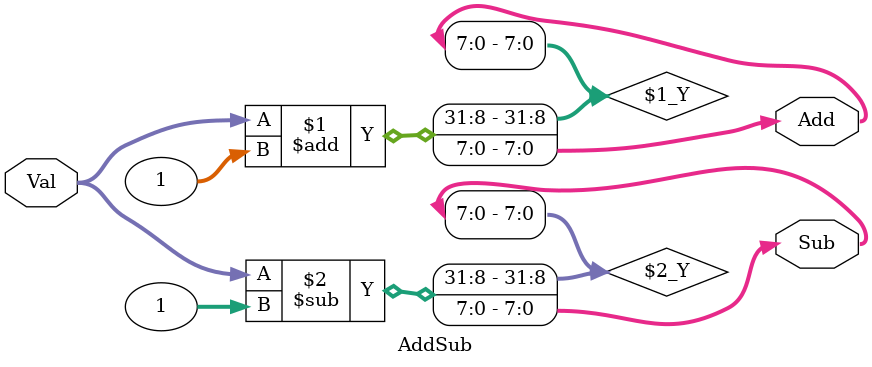
<source format=v>
module Adder(
    input [7:0] A,
    input [7:0] B,
    output [7:0] C
);
    assign C = A + B;
endmodule

module Shifter(
    input [7:0] A,
    input [7:0] B,
    output [7:0] C
);
    assign C = A << B;
endmodule

module AddSub(
    input [7:0] Val,
    output [7:0] Add,
    output [7:0] Sub
);
    assign Add = Val + 1;
    assign Sub = Val - 1;
endmodule


</source>
